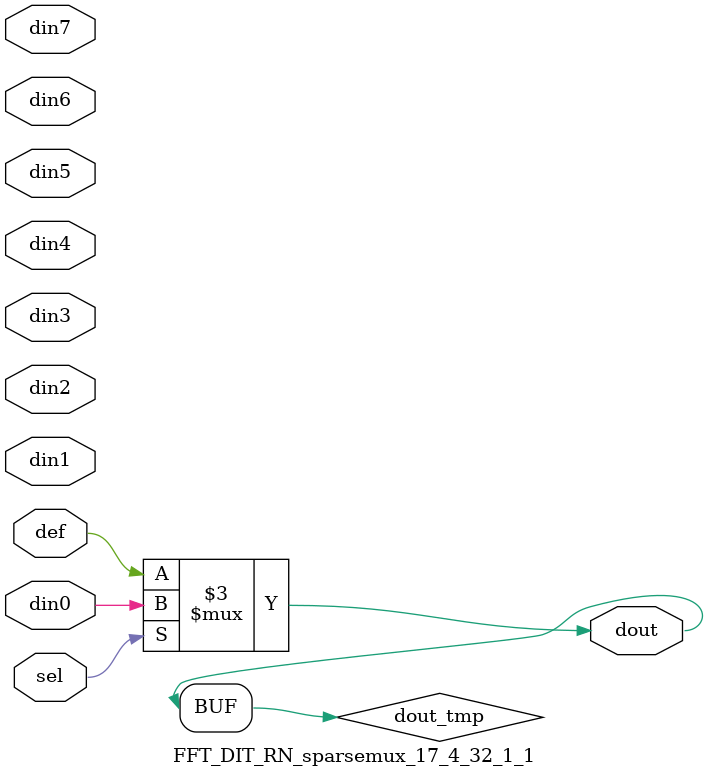
<source format=v>
`timescale 1ns / 1ps

module FFT_DIT_RN_sparsemux_17_4_32_1_1 (din0,din1,din2,din3,din4,din5,din6,din7,def,sel,dout);

parameter din0_WIDTH = 1;

parameter din1_WIDTH = 1;

parameter din2_WIDTH = 1;

parameter din3_WIDTH = 1;

parameter din4_WIDTH = 1;

parameter din5_WIDTH = 1;

parameter din6_WIDTH = 1;

parameter din7_WIDTH = 1;

parameter def_WIDTH = 1;
parameter sel_WIDTH = 1;
parameter dout_WIDTH = 1;

parameter [sel_WIDTH-1:0] CASE0 = 1;

parameter [sel_WIDTH-1:0] CASE1 = 1;

parameter [sel_WIDTH-1:0] CASE2 = 1;

parameter [sel_WIDTH-1:0] CASE3 = 1;

parameter [sel_WIDTH-1:0] CASE4 = 1;

parameter [sel_WIDTH-1:0] CASE5 = 1;

parameter [sel_WIDTH-1:0] CASE6 = 1;

parameter [sel_WIDTH-1:0] CASE7 = 1;

parameter ID = 1;
parameter NUM_STAGE = 1;



input [din0_WIDTH-1:0] din0;

input [din1_WIDTH-1:0] din1;

input [din2_WIDTH-1:0] din2;

input [din3_WIDTH-1:0] din3;

input [din4_WIDTH-1:0] din4;

input [din5_WIDTH-1:0] din5;

input [din6_WIDTH-1:0] din6;

input [din7_WIDTH-1:0] din7;

input [def_WIDTH-1:0] def;
input [sel_WIDTH-1:0] sel;

output [dout_WIDTH-1:0] dout;



reg [dout_WIDTH-1:0] dout_tmp;


always @ (*) begin
(* parallel_case *) case (sel)
    
    CASE0 : dout_tmp = din0;
    
    CASE1 : dout_tmp = din1;
    
    CASE2 : dout_tmp = din2;
    
    CASE3 : dout_tmp = din3;
    
    CASE4 : dout_tmp = din4;
    
    CASE5 : dout_tmp = din5;
    
    CASE6 : dout_tmp = din6;
    
    CASE7 : dout_tmp = din7;
    
    default : dout_tmp = def;
endcase
end


assign dout = dout_tmp;



endmodule

</source>
